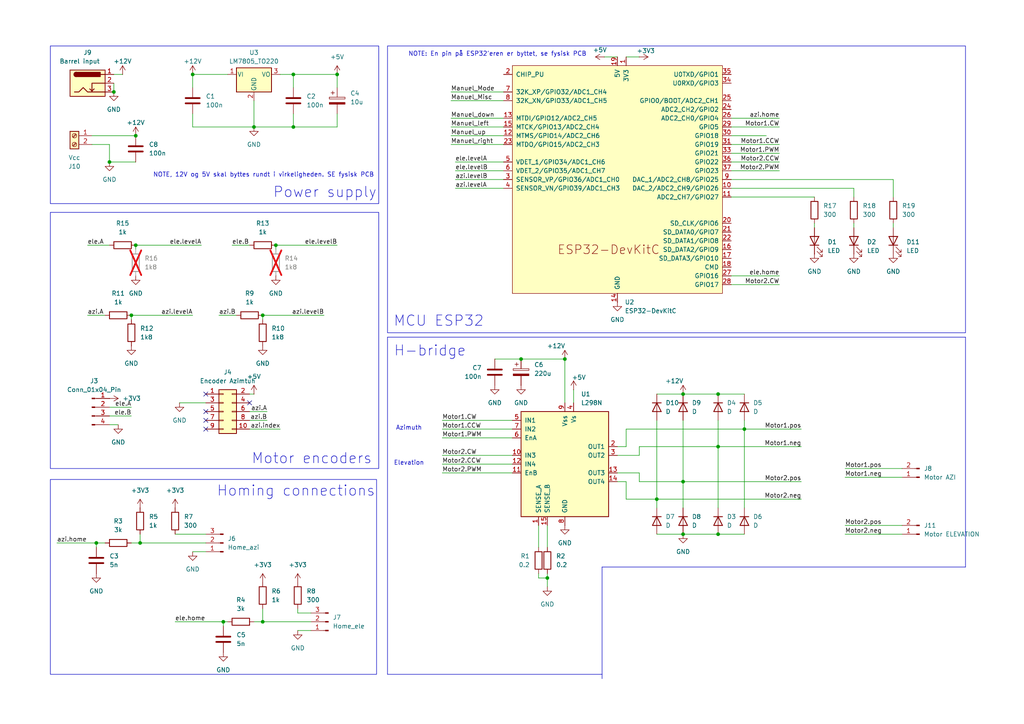
<source format=kicad_sch>
(kicad_sch (version 20250114) (generator "eeschema") (generator_version "9.0")
  (paper "A4")
  (lib_symbols
    (symbol "Connector:Barrel_Jack_Switch_Pin3Ring" (pin_names (hide yes))
      (property "Reference" "J" (at 0 5.334 0))
      (property "Value" "Barrel_Jack_Switch_Pin3Ring" (at 0 -5.08 0))
      (symbol "Barrel_Jack_Switch_Pin3Ring_0_1"
        (rectangle (start -5.08 3.81) (end 5.08 -3.81) (stroke (width 0.254)) (fill (type background)))
        (polyline (pts (xy -3.81 -2.54) (xy -2.54 -2.54) (xy -1.27 -1.27) (xy 0 -2.54) (xy 2.54 -2.54) (xy 5.08 -2.54)) (stroke (width 0.254)))
        (arc (start -3.302 1.905) (mid -3.9342 2.54) (end -3.302 3.175) (stroke (width 0.254)))
        (arc (start -3.302 1.905) (mid -3.9342 2.54) (end -3.302 3.175) (stroke (width 0.254)) (fill (type outline)))
        (polyline (pts (xy 1.27 -2.286) (xy 1.905 -1.651)) (stroke (width 0.254)))
        (rectangle (start 3.683 3.175) (end -3.302 1.905) (stroke (width 0.254)) (fill (type outline)))
        (polyline (pts (xy 5.08 2.54) (xy 3.81 2.54)) (stroke (width 0.254)))
        (polyline (pts (xy 5.08 0) (xy 1.27 0) (xy 1.27 -2.286) (xy 0.635 -1.651)) (stroke (width 0.254)))
      )
      (symbol "Barrel_Jack_Switch_Pin3Ring_1_1"
        (pin passive line (at 7.62 2.54 180) (length 2.54) (name "~") (number "1"))
        (pin passive line (at 7.62 0 180) (length 2.54) (name "~") (number "2"))
        (pin passive line (at 7.62 -2.54 180) (length 2.54) (name "~") (number "3"))
      )
    )
    (symbol "Connector:Conn_01x02_Pin" (pin_names (offset 1.016) (hide yes))
      (property "Reference" "J" (at 0 2.54 0))
      (property "Value" "Conn_01x02_Pin" (at 0 -5.08 0))
      (symbol "Conn_01x02_Pin_1_1"
        (rectangle (start 0.8636 0.127) (end 0 -0.127) (stroke (width 0.1524)) (fill (type outline)))
        (rectangle (start 0.8636 -2.413) (end 0 -2.667) (stroke (width 0.1524)) (fill (type outline)))
        (polyline (pts (xy 1.27 0) (xy 0.8636 0)) (stroke (width 0.1524)))
        (polyline (pts (xy 1.27 -2.54) (xy 0.8636 -2.54)) (stroke (width 0.1524)))
        (pin passive line (at 5.08 0 180) (length 3.81) (name "Pin_1") (number "1"))
        (pin passive line (at 5.08 -2.54 180) (length 3.81) (name "Pin_2") (number "2"))
      )
    )
    (symbol "Connector:Conn_01x03_Pin" (pin_names (offset 1.016) (hide yes))
      (property "Reference" "J" (at 0 5.08 0))
      (property "Value" "Conn_01x03_Pin" (at 0 -5.08 0))
      (symbol "Conn_01x03_Pin_1_1"
        (rectangle (start 0.8636 2.667) (end 0 2.413) (stroke (width 0.1524)) (fill (type outline)))
        (rectangle (start 0.8636 0.127) (end 0 -0.127) (stroke (width 0.1524)) (fill (type outline)))
        (rectangle (start 0.8636 -2.413) (end 0 -2.667) (stroke (width 0.1524)) (fill (type outline)))
        (polyline (pts (xy 1.27 2.54) (xy 0.8636 2.54)) (stroke (width 0.1524)))
        (polyline (pts (xy 1.27 0) (xy 0.8636 0)) (stroke (width 0.1524)))
        (polyline (pts (xy 1.27 -2.54) (xy 0.8636 -2.54)) (stroke (width 0.1524)))
        (pin passive line (at 5.08 2.54 180) (length 3.81) (name "Pin_1") (number "1"))
        (pin passive line (at 5.08 0 180) (length 3.81) (name "Pin_2") (number "2"))
        (pin passive line (at 5.08 -2.54 180) (length 3.81) (name "Pin_3") (number "3"))
      )
    )
    (symbol "Connector:Conn_01x04_Pin" (pin_names (offset 1.016) (hide yes))
      (property "Reference" "J" (at 0 5.08 0))
      (property "Value" "Conn_01x04_Pin" (at 0 -7.62 0))
      (symbol "Conn_01x04_Pin_1_1"
        (rectangle (start 0.8636 2.667) (end 0 2.413) (stroke (width 0.1524)) (fill (type outline)))
        (rectangle (start 0.8636 0.127) (end 0 -0.127) (stroke (width 0.1524)) (fill (type outline)))
        (rectangle (start 0.8636 -2.413) (end 0 -2.667) (stroke (width 0.1524)) (fill (type outline)))
        (rectangle (start 0.8636 -4.953) (end 0 -5.207) (stroke (width 0.1524)) (fill (type outline)))
        (polyline (pts (xy 1.27 2.54) (xy 0.8636 2.54)) (stroke (width 0.1524)))
        (polyline (pts (xy 1.27 0) (xy 0.8636 0)) (stroke (width 0.1524)))
        (polyline (pts (xy 1.27 -2.54) (xy 0.8636 -2.54)) (stroke (width 0.1524)))
        (polyline (pts (xy 1.27 -5.08) (xy 0.8636 -5.08)) (stroke (width 0.1524)))
        (pin passive line (at 5.08 2.54 180) (length 3.81) (name "Pin_1") (number "1"))
        (pin passive line (at 5.08 0 180) (length 3.81) (name "Pin_2") (number "2"))
        (pin passive line (at 5.08 -2.54 180) (length 3.81) (name "Pin_3") (number "3"))
        (pin passive line (at 5.08 -5.08 180) (length 3.81) (name "Pin_4") (number "4"))
      )
    )
    (symbol "Connector:Screw_Terminal_01x02" (pin_names (offset 1.016) (hide yes))
      (property "Reference" "J" (at 0 2.54 0))
      (property "Value" "Screw_Terminal_01x02" (at 0 -5.08 0))
      (symbol "Screw_Terminal_01x02_1_1"
        (rectangle (start -1.27 1.27) (end 1.27 -3.81) (stroke (width 0.254)) (fill (type background)))
        (polyline (pts (xy -0.5334 0.3302) (xy 0.3302 -0.508)) (stroke (width 0.1524)))
        (polyline (pts (xy -0.5334 -2.2098) (xy 0.3302 -3.048)) (stroke (width 0.1524)))
        (polyline (pts (xy -0.3556 0.508) (xy 0.508 -0.3302)) (stroke (width 0.1524)))
        (polyline (pts (xy -0.3556 -2.032) (xy 0.508 -2.8702)) (stroke (width 0.1524)))
        (circle (center 0 0) (radius 0.635) (stroke (width 0.1524)))
        (circle (center 0 -2.54) (radius 0.635) (stroke (width 0.1524)))
        (pin passive line (at -5.08 0 0) (length 3.81) (name "Pin_1") (number "1"))
        (pin passive line (at -5.08 -2.54 0) (length 3.81) (name "Pin_2") (number "2"))
      )
    )
    (symbol "Connector_Generic:Conn_02x05_Odd_Even" (pin_names (offset 1.016) (hide yes))
      (property "Reference" "J" (at 1.27 7.62 0))
      (property "Value" "Conn_02x05_Odd_Even" (at 1.27 -7.62 0))
      (symbol "Conn_02x05_Odd_Even_1_1"
        (rectangle (start -1.27 6.35) (end 3.81 -6.35) (stroke (width 0.254)) (fill (type background)))
        (rectangle (start -1.27 5.207) (end 0 4.953) (stroke (width 0.1524)))
        (rectangle (start -1.27 2.667) (end 0 2.413) (stroke (width 0.1524)))
        (rectangle (start -1.27 0.127) (end 0 -0.127) (stroke (width 0.1524)))
        (rectangle (start -1.27 -2.413) (end 0 -2.667) (stroke (width 0.1524)))
        (rectangle (start -1.27 -4.953) (end 0 -5.207) (stroke (width 0.1524)))
        (rectangle (start 3.81 5.207) (end 2.54 4.953) (stroke (width 0.1524)))
        (rectangle (start 3.81 2.667) (end 2.54 2.413) (stroke (width 0.1524)))
        (rectangle (start 3.81 0.127) (end 2.54 -0.127) (stroke (width 0.1524)))
        (rectangle (start 3.81 -2.413) (end 2.54 -2.667) (stroke (width 0.1524)))
        (rectangle (start 3.81 -4.953) (end 2.54 -5.207) (stroke (width 0.1524)))
        (pin passive line (at -5.08 5.08 0) (length 3.81) (name "Pin_1") (number "1"))
        (pin passive line (at -5.08 2.54 0) (length 3.81) (name "Pin_3") (number "3"))
        (pin passive line (at -5.08 0 0) (length 3.81) (name "Pin_5") (number "5"))
        (pin passive line (at -5.08 -2.54 0) (length 3.81) (name "Pin_7") (number "7"))
        (pin passive line (at -5.08 -5.08 0) (length 3.81) (name "Pin_9") (number "9"))
        (pin passive line (at 7.62 5.08 180) (length 3.81) (name "Pin_2") (number "2"))
        (pin passive line (at 7.62 2.54 180) (length 3.81) (name "Pin_4") (number "4"))
        (pin passive line (at 7.62 0 180) (length 3.81) (name "Pin_6") (number "6"))
        (pin passive line (at 7.62 -2.54 180) (length 3.81) (name "Pin_8") (number "8"))
        (pin passive line (at 7.62 -5.08 180) (length 3.81) (name "Pin_10") (number "10"))
      )
    )
    (symbol "Device:C" (pin_numbers (hide yes)) (pin_names (offset 0.254))
      (property "Reference" "C" (at 0.635 2.54 0))
      (property "Value" "C" (at 0.635 -2.54 0))
      (symbol "C_0_1"
        (polyline (pts (xy -2.032 0.762) (xy 2.032 0.762)) (stroke (width 0.508)))
        (polyline (pts (xy -2.032 -0.762) (xy 2.032 -0.762)) (stroke (width 0.508)))
      )
      (symbol "C_1_1"
        (pin passive line (at 0 3.81 270) (length 2.794) (name "~") (number "1"))
        (pin passive line (at 0 -3.81 90) (length 2.794) (name "~") (number "2"))
      )
    )
    (symbol "Device:C_Polarized" (pin_numbers (hide yes)) (pin_names (offset 0.254))
      (property "Reference" "C" (at 0.635 2.54 0))
      (property "Value" "C_Polarized" (at 0.635 -2.54 0))
      (symbol "C_Polarized_0_1"
        (rectangle (start -2.286 0.508) (end 2.286 1.016))
        (polyline (pts (xy -1.778 2.286) (xy -0.762 2.286)))
        (polyline (pts (xy -1.27 2.794) (xy -1.27 1.778)))
        (rectangle (start 2.286 -0.508) (end -2.286 -1.016) (fill (type outline)))
      )
      (symbol "C_Polarized_1_1"
        (pin passive line (at 0 3.81 270) (length 2.794) (name "~") (number "1"))
        (pin passive line (at 0 -3.81 90) (length 2.794) (name "~") (number "2"))
      )
    )
    (symbol "Device:D" (pin_numbers (hide yes)) (pin_names (offset 1.016) (hide yes))
      (property "Reference" "D" (at 0 2.54 0))
      (property "Value" "D" (at 0 -2.54 0))
      (symbol "D_0_1"
        (polyline (pts (xy -1.27 1.27) (xy -1.27 -1.27)) (stroke (width 0.254)))
        (polyline (pts (xy 1.27 1.27) (xy 1.27 -1.27) (xy -1.27 0) (xy 1.27 1.27)) (stroke (width 0.254)))
        (polyline (pts (xy 1.27 0) (xy -1.27 0)))
      )
      (symbol "D_1_1"
        (pin passive line (at -3.81 0 0) (length 2.54) (name "K") (number "1"))
        (pin passive line (at 3.81 0 180) (length 2.54) (name "A") (number "2"))
      )
    )
    (symbol "Device:LED" (pin_numbers (hide yes)) (pin_names (offset 1.016) (hide yes))
      (property "Reference" "D" (at 0 2.54 0))
      (property "Value" "LED" (at 0 -2.54 0))
      (symbol "LED_0_1"
        (polyline (pts (xy -3.048 -0.762) (xy -4.572 -2.286) (xy -3.81 -2.286) (xy -4.572 -2.286) (xy -4.572 -1.524)))
        (polyline (pts (xy -1.778 -0.762) (xy -3.302 -2.286) (xy -2.54 -2.286) (xy -3.302 -2.286) (xy -3.302 -1.524)))
        (polyline (pts (xy -1.27 0) (xy 1.27 0)))
        (polyline (pts (xy -1.27 -1.27) (xy -1.27 1.27)) (stroke (width 0.254)))
        (polyline (pts (xy 1.27 -1.27) (xy 1.27 1.27) (xy -1.27 0) (xy 1.27 -1.27)) (stroke (width 0.254)))
      )
      (symbol "LED_1_1"
        (pin passive line (at -3.81 0 0) (length 2.54) (name "K") (number "1"))
        (pin passive line (at 3.81 0 180) (length 2.54) (name "A") (number "2"))
      )
    )
    (symbol "Device:R" (pin_numbers (hide yes)) (pin_names (offset 0))
      (property "Reference" "R" (at 2.032 0 90))
      (property "Value" "R" (at 0 0 90))
      (symbol "R_0_1"
        (rectangle (start -1.016 -2.54) (end 1.016 2.54) (stroke (width 0.254)))
      )
      (symbol "R_1_1"
        (pin passive line (at 0 3.81 270) (length 1.27) (name "~") (number "1"))
        (pin passive line (at 0 -3.81 90) (length 1.27) (name "~") (number "2"))
      )
    )
    (symbol "Driver_Motor:L298N" (pin_names (offset 1.016))
      (property "Reference" "U" (at -10.16 16.51 0))
      (property "Value" "L298N" (at 12.7 16.51 0))
      (symbol "L298N_0_1"
        (rectangle (start -12.7 15.24) (end 12.7 -15.24) (stroke (width 0.254)) (fill (type background)))
      )
      (symbol "L298N_1_1"
        (pin input line (at -15.24 12.7 0) (length 2.54) (name "IN1") (number "5"))
        (pin input line (at -15.24 10.16 0) (length 2.54) (name "IN2") (number "7"))
        (pin input line (at -15.24 7.62 0) (length 2.54) (name "EnA") (number "6"))
        (pin input line (at -15.24 2.54 0) (length 2.54) (name "IN3") (number "10"))
        (pin input line (at -15.24 0 0) (length 2.54) (name "IN4") (number "12"))
        (pin input line (at -15.24 -2.54 0) (length 2.54) (name "EnB") (number "11"))
        (pin power_in line (at -7.62 -17.78 90) (length 2.54) (name "SENSE_A") (number "1"))
        (pin power_in line (at -5.08 -17.78 90) (length 2.54) (name "SENSE_B") (number "15"))
        (pin power_in line (at 0 17.78 270) (length 2.54) (name "Vss") (number "9"))
        (pin power_in line (at 0 -17.78 90) (length 2.54) (name "GND") (number "8"))
        (pin power_in line (at 2.54 17.78 270) (length 2.54) (name "Vs") (number "4"))
        (pin output line (at 15.24 5.08 180) (length 2.54) (name "OUT1") (number "2"))
        (pin output line (at 15.24 2.54 180) (length 2.54) (name "OUT2") (number "3"))
        (pin output line (at 15.24 -2.54 180) (length 2.54) (name "OUT3") (number "13"))
        (pin output line (at 15.24 -5.08 180) (length 2.54) (name "OUT4") (number "14"))
      )
    )
    (symbol "PCM_Espressif:ESP32-DevKitC" (pin_names (offset 1.016))
      (property "Reference" "U" (at -30.48 38.1 0))
      (property "Value" "ESP32-DevKitC" (at -30.48 35.56 0))
      (symbol "ESP32-DevKitC_0_0"
        (text "ESP32-DevKitC" (at -2.54 -20.32 0) (effects (font (size 2.54 2.54))))
        (pin power_in line (at 0 35.56 270) (length 2.54) (name "5V") (number "19"))
        (pin power_in line (at 0 -35.56 90) (length 2.54) (name "GND") (number "14"))
      )
      (symbol "ESP32-DevKitC_0_1"
        (rectangle (start -30.48 33.02) (end 30.48 -33.02) (fill (type background)))
      )
      (symbol "ESP32-DevKitC_1_1"
        (pin input line (at -33.02 30.48 0) (length 2.54) (name "CHIP_PU") (number "2"))
        (pin bidirectional line (at -33.02 25.4 0) (length 2.54) (name "32K_XP/GPIO32/ADC1_CH4") (number "7"))
        (pin bidirectional line (at -33.02 22.86 0) (length 2.54) (name "32K_XN/GPIO33/ADC1_CH5") (number "8"))
        (pin bidirectional line (at -33.02 17.78 0) (length 2.54) (name "MTDI/GPIO12/ADC2_CH5") (number "13"))
        (pin bidirectional line (at -33.02 15.24 0) (length 2.54) (name "MTCK/GPIO13/ADC2_CH4") (number "15"))
        (pin bidirectional line (at -33.02 12.7 0) (length 2.54) (name "MTMS/GPIO14/ADC2_CH6") (number "12"))
        (pin bidirectional line (at -33.02 10.16 0) (length 2.54) (name "MTDO/GPIO15/ADC2_CH3") (number "23"))
        (pin input line (at -33.02 5.08 0) (length 2.54) (name "VDET_1/GPIO34/ADC1_CH6") (number "5"))
        (pin input line (at -33.02 2.54 0) (length 2.54) (name "VDET_2/GPIO35/ADC1_CH7") (number "6"))
        (pin input line (at -33.02 0 0) (length 2.54) (name "SENSOR_VP/GPIO36/ADC1_CH0") (number "3"))
        (pin input line (at -33.02 -2.54 0) (length 2.54) (name "SENSOR_VN/GPIO39/ADC1_CH3") (number "4"))
        (pin passive line (at 0 -35.56 90) (length 2.54) (hide yes) (name "GND") (number "32"))
        (pin passive line (at 0 -35.56 90) (length 2.54) (hide yes) (name "GND") (number "38"))
        (pin power_in line (at 2.54 35.56 270) (length 2.54) (name "3V3") (number "1"))
        (pin bidirectional line (at 33.02 30.48 180) (length 2.54) (name "U0TXD/GPIO1") (number "35"))
        (pin bidirectional line (at 33.02 27.94 180) (length 2.54) (name "U0RXD/GPIO3") (number "34"))
        (pin bidirectional line (at 33.02 22.86 180) (length 2.54) (name "GPIO0/BOOT/ADC2_CH1") (number "25"))
        (pin bidirectional line (at 33.02 20.32 180) (length 2.54) (name "ADC2_CH2/GPIO2") (number "24"))
        (pin bidirectional line (at 33.02 17.78 180) (length 2.54) (name "ADC2_CH0/GPIO4") (number "26"))
        (pin bidirectional line (at 33.02 15.24 180) (length 2.54) (name "GPIO5") (number "29"))
        (pin bidirectional line (at 33.02 12.7 180) (length 2.54) (name "GPIO18") (number "30"))
        (pin bidirectional line (at 33.02 10.16 180) (length 2.54) (name "GPIO19") (number "31"))
        (pin bidirectional line (at 33.02 7.62 180) (length 2.54) (name "GPIO21") (number "33"))
        (pin bidirectional line (at 33.02 5.08 180) (length 2.54) (name "GPIO22") (number "36"))
        (pin bidirectional line (at 33.02 2.54 180) (length 2.54) (name "GPIO23") (number "37"))
        (pin bidirectional line (at 33.02 0 180) (length 2.54) (name "DAC_1/ADC2_CH8/GPIO25") (number "9"))
        (pin bidirectional line (at 33.02 -2.54 180) (length 2.54) (name "DAC_2/ADC2_CH9/GPIO26") (number "10"))
        (pin bidirectional line (at 33.02 -5.08 180) (length 2.54) (name "ADC2_CH7/GPIO27") (number "11"))
        (pin bidirectional line (at 33.02 -12.7 180) (length 2.54) (name "SD_CLK/GPIO6") (number "20"))
        (pin bidirectional line (at 33.02 -15.24 180) (length 2.54) (name "SD_DATA0/GPIO7") (number "21"))
        (pin bidirectional line (at 33.02 -17.78 180) (length 2.54) (name "SD_DATA1/GPIO8") (number "22"))
        (pin bidirectional line (at 33.02 -20.32 180) (length 2.54) (name "SD_DATA2/GPIO9") (number "16"))
        (pin bidirectional line (at 33.02 -22.86 180) (length 2.54) (name "SD_DATA3/GPIO10") (number "17"))
        (pin bidirectional line (at 33.02 -25.4 180) (length 2.54) (name "CMD") (number "18"))
        (pin bidirectional line (at 33.02 -27.94 180) (length 2.54) (name "GPIO16") (number "27"))
        (pin bidirectional line (at 33.02 -30.48 180) (length 2.54) (name "GPIO17") (number "28"))
      )
    )
    (symbol "Regulator_Linear:LM7805_TO220" (pin_names (offset 0.254))
      (property "Reference" "U" (at -3.81 3.175 0))
      (property "Value" "LM7805_TO220" (at 0 3.175 0))
      (symbol "LM7805_TO220_0_1"
        (rectangle (start -5.08 1.905) (end 5.08 -5.08) (stroke (width 0.254)) (fill (type background)))
      )
      (symbol "LM7805_TO220_1_1"
        (pin power_in line (at -7.62 0 0) (length 2.54) (name "VI") (number "1"))
        (pin power_in line (at 0 -7.62 90) (length 2.54) (name "GND") (number "2"))
        (pin power_out line (at 7.62 0 180) (length 2.54) (name "VO") (number "3"))
      )
    )
    (symbol "power:+12V" (power) (pin_numbers (hide yes)) (pin_names (offset 0) (hide yes))
      (property "Value" "+12V" (at 0 3.556 0))
      (symbol "+12V_0_1"
        (polyline (pts (xy -0.762 1.27) (xy 0 2.54)))
        (polyline (pts (xy 0 2.54) (xy 0.762 1.27)))
        (polyline (pts (xy 0 0) (xy 0 2.54)))
      )
      (symbol "+12V_1_1"
        (pin power_in line (at 0 0 90) (length 0) (name "~") (number "1"))
      )
    )
    (symbol "power:+3V3" (power) (pin_numbers (hide yes)) (pin_names (offset 0) (hide yes))
      (property "Value" "+3V3" (at 0 3.556 0))
      (symbol "+3V3_0_1"
        (polyline (pts (xy -0.762 1.27) (xy 0 2.54)))
        (polyline (pts (xy 0 2.54) (xy 0.762 1.27)))
        (polyline (pts (xy 0 0) (xy 0 2.54)))
      )
      (symbol "+3V3_1_1"
        (pin power_in line (at 0 0 90) (length 0) (name "~") (number "1"))
      )
    )
    (symbol "power:+5V" (power) (pin_numbers (hide yes)) (pin_names (offset 0) (hide yes))
      (property "Value" "+5V" (at 0 3.556 0))
      (symbol "+5V_0_1"
        (polyline (pts (xy -0.762 1.27) (xy 0 2.54)))
        (polyline (pts (xy 0 2.54) (xy 0.762 1.27)))
        (polyline (pts (xy 0 0) (xy 0 2.54)))
      )
      (symbol "+5V_1_1"
        (pin power_in line (at 0 0 90) (length 0) (name "~") (number "1"))
      )
    )
    (symbol "power:GND" (power) (pin_numbers (hide yes)) (pin_names (offset 0) (hide yes))
      (property "Value" "GND" (at 0 -3.81 0))
      (symbol "GND_0_1"
        (polyline (pts (xy 0 0) (xy 0 -1.27) (xy 1.27 -1.27) (xy 0 -2.54) (xy -1.27 -1.27) (xy 0 -1.27)))
      )
      (symbol "GND_1_1"
        (pin power_in line (at 0 0 270) (length 0) (name "~") (number "1"))
      )
    )
  )
  (rectangle (start 14.605 13.335) (end 109.855 59.055))
  (rectangle (start 14.605 139.065) (end 109.22 195.58))
  (rectangle (start 14.605 61.595) (end 109.855 135.89))
  (rectangle (start 112.395 13.335) (end 280.035 96.52))
  (text "Motor encoders" (at 90.424 133.096 0) (effects (font (size 3 3))))
  (text "Homing connections\n" (at 85.852 142.494 0) (effects (font (size 3 3))))
  (text "Power supply\n" (at 94.234 55.88 0) (effects (font (size 3 3))))
  (text "MCU ESP32\n" (at 127.254 93.218 0) (effects (font (size 3 3))))
  (text "NOTE, 12V og 5V skal byttes rundt i virkeligheden. SE fysisk PCB\n" (at 76.454 50.8 0) (effects (font (size 1.27 1.27))))
  (text "H-bridge" (at 124.714 101.854 0) (effects (font (size 3 3))))
  (text "NOTE: En pin på ESP32'eren er byttet, se fysisk PCB\n" (at 144.272 15.748 0) (effects (font (size 1.27 1.27))))
  (text "Azimuth\n" (at 118.618 124.206 0) (effects (font (size 1.27 1.27))))
  (text "Elevation\n" (at 118.618 134.366 0) (effects (font (size 1.27 1.27))))
  (junction (at 85.09 21.59))
  (junction (at 64.77 180.34))
  (junction (at 85.09 36.83))
  (junction (at 39.37 39.37))
  (junction (at 31.75 46.99))
  (junction (at 38.1 91.44))
  (junction (at 215.9 124.46))
  (junction (at 208.28 154.94))
  (junction (at 27.94 157.48))
  (junction (at 208.28 114.3))
  (junction (at 73.66 36.83))
  (junction (at 76.2 180.34))
  (junction (at 208.28 129.54))
  (junction (at 39.37 71.12))
  (junction (at 76.2 91.44))
  (junction (at 198.12 114.3))
  (junction (at 55.88 21.59))
  (junction (at 80.01 71.12))
  (junction (at 198.12 154.94))
  (junction (at 40.64 157.48))
  (junction (at 198.12 139.7))
  (junction (at 97.79 21.59))
  (junction (at 151.13 104.14))
  (junction (at 163.83 104.14))
  (junction (at 158.75 167.64))
  (junction (at 190.5 144.78))
  (junction (at 33.02 26.67))
  (no_connect (at 59.69 121.92))
  (no_connect (at 72.39 116.84))
  (no_connect (at 59.69 119.38))
  (no_connect (at 59.69 124.46))
  (no_connect (at 59.69 114.3))
  (wire (pts (xy 158.75 152.4) (xy 158.75 158.75)))
  (wire (pts (xy 73.66 36.83) (xy 73.66 29.21)))
  (wire (pts (xy 76.2 91.44) (xy 76.2 92.71)))
  (wire (pts (xy 245.11 138.43) (xy 261.62 138.43)))
  (wire (pts (xy 190.5 114.3) (xy 198.12 114.3)))
  (wire (pts (xy 76.2 91.44) (xy 93.98 91.44)))
  (polyline (pts (xy 174.625 196.85) (xy 174.625 164.465)))
  (wire (pts (xy 158.75 167.64) (xy 156.21 167.64)))
  (wire (pts (xy 34.29 123.19) (xy 31.75 123.19)))
  (wire (pts (xy 179.07 132.08) (xy 185.42 132.08)))
  (wire (pts (xy 132.08 54.61) (xy 146.05 54.61)))
  (wire (pts (xy 245.11 152.4) (xy 261.62 152.4)))
  (wire (pts (xy 130.81 39.37) (xy 146.05 39.37)))
  (wire (pts (xy 166.37 113.03) (xy 166.37 116.84)))
  (wire (pts (xy 247.65 54.61) (xy 247.65 57.15)))
  (wire (pts (xy 130.81 29.21) (xy 146.05 29.21)))
  (wire (pts (xy 130.81 34.29) (xy 146.05 34.29)))
  (wire (pts (xy 72.39 119.38) (xy 77.47 119.38)))
  (polyline (pts (xy 280.035 164.465) (xy 280.035 97.79)))
  (wire (pts (xy 55.88 160.02) (xy 59.69 160.02)))
  (wire (pts (xy 72.39 121.92) (xy 77.47 121.92)))
  (wire (pts (xy 247.65 64.77) (xy 247.65 66.04)))
  (wire (pts (xy 212.09 44.45) (xy 226.06 44.45)))
  (wire (pts (xy 86.36 182.88) (xy 90.17 182.88)))
  (wire (pts (xy 64.77 180.34) (xy 64.77 181.61)))
  (wire (pts (xy 190.5 121.92) (xy 190.5 144.78)))
  (wire (pts (xy 85.09 21.59) (xy 97.79 21.59)))
  (wire (pts (xy 185.42 139.7) (xy 185.42 137.16)))
  (wire (pts (xy 31.75 46.99) (xy 31.75 41.91)))
  (wire (pts (xy 190.5 147.32) (xy 190.5 144.78)))
  (wire (pts (xy 52.07 116.84) (xy 59.69 116.84)))
  (wire (pts (xy 215.9 124.46) (xy 232.41 124.46)))
  (wire (pts (xy 132.08 46.99) (xy 146.05 46.99)))
  (wire (pts (xy 73.66 180.34) (xy 76.2 180.34)))
  (wire (pts (xy 38.1 91.44) (xy 55.88 91.44)))
  (wire (pts (xy 208.28 154.94) (xy 215.9 154.94)))
  (wire (pts (xy 85.09 33.02) (xy 85.09 36.83)))
  (wire (pts (xy 215.9 121.92) (xy 215.9 124.46)))
  (wire (pts (xy 31.75 41.91) (xy 26.67 41.91)))
  (wire (pts (xy 33.02 24.13) (xy 33.02 26.67)))
  (polyline (pts (xy 112.395 97.79) (xy 280.035 97.79)))
  (wire (pts (xy 198.12 114.3) (xy 208.28 114.3)))
  (wire (pts (xy 181.61 144.78) (xy 190.5 144.78)))
  (wire (pts (xy 59.69 157.48) (xy 40.64 157.48)))
  (wire (pts (xy 80.01 71.12) (xy 97.79 71.12)))
  (wire (pts (xy 236.22 64.77) (xy 236.22 66.04)))
  (wire (pts (xy 185.42 139.7) (xy 198.12 139.7)))
  (wire (pts (xy 39.37 71.12) (xy 39.37 72.39)))
  (wire (pts (xy 81.28 21.59) (xy 85.09 21.59)))
  (wire (pts (xy 185.42 16.51) (xy 181.61 16.51)))
  (wire (pts (xy 50.8 154.94) (xy 59.69 154.94)))
  (polyline (pts (xy 174.625 164.465) (xy 280.035 164.465)))
  (wire (pts (xy 181.61 139.7) (xy 181.61 144.78)))
  (wire (pts (xy 50.8 180.34) (xy 64.77 180.34)))
  (wire (pts (xy 55.88 36.83) (xy 73.66 36.83)))
  (wire (pts (xy 158.75 166.37) (xy 158.75 167.64)))
  (wire (pts (xy 198.12 139.7) (xy 198.12 147.32)))
  (wire (pts (xy 130.81 36.83) (xy 146.05 36.83)))
  (wire (pts (xy 175.26 16.51) (xy 179.07 16.51)))
  (wire (pts (xy 185.42 137.16) (xy 179.07 137.16)))
  (wire (pts (xy 128.27 121.92) (xy 148.59 121.92)))
  (wire (pts (xy 226.06 46.99) (xy 212.09 46.99)))
  (wire (pts (xy 212.09 82.55) (xy 226.06 82.55)))
  (wire (pts (xy 259.08 52.07) (xy 259.08 57.15)))
  (polyline (pts (xy 112.395 195.58) (xy 174.625 195.58)))
  (wire (pts (xy 128.27 124.46) (xy 148.59 124.46)))
  (wire (pts (xy 55.88 21.59) (xy 55.88 25.4)))
  (wire (pts (xy 163.83 104.14) (xy 163.83 116.84)))
  (wire (pts (xy 76.2 180.34) (xy 76.2 176.53)))
  (wire (pts (xy 130.81 26.67) (xy 146.05 26.67)))
  (wire (pts (xy 26.67 39.37) (xy 39.37 39.37)))
  (wire (pts (xy 16.51 157.48) (xy 27.94 157.48)))
  (wire (pts (xy 208.28 129.54) (xy 232.41 129.54)))
  (wire (pts (xy 212.09 52.07) (xy 259.08 52.07)))
  (wire (pts (xy 27.94 157.48) (xy 27.94 158.75)))
  (wire (pts (xy 73.66 114.3) (xy 72.39 114.3)))
  (wire (pts (xy 212.09 39.37) (xy 222.25 39.37)))
  (wire (pts (xy 212.09 80.01) (xy 226.06 80.01)))
  (wire (pts (xy 198.12 139.7) (xy 232.41 139.7)))
  (wire (pts (xy 181.61 129.54) (xy 181.61 124.46)))
  (wire (pts (xy 226.06 49.53) (xy 212.09 49.53)))
  (wire (pts (xy 179.07 139.7) (xy 181.61 139.7)))
  (wire (pts (xy 72.39 124.46) (xy 81.28 124.46)))
  (wire (pts (xy 55.88 21.59) (xy 66.04 21.59)))
  (wire (pts (xy 130.81 41.91) (xy 146.05 41.91)))
  (wire (pts (xy 143.51 104.14) (xy 151.13 104.14)))
  (wire (pts (xy 151.13 104.14) (xy 163.83 104.14)))
  (wire (pts (xy 212.09 57.15) (xy 236.22 57.15)))
  (wire (pts (xy 67.31 71.12) (xy 72.39 71.12)))
  (wire (pts (xy 64.77 180.34) (xy 66.04 180.34)))
  (wire (pts (xy 158.75 167.64) (xy 158.75 170.18)))
  (wire (pts (xy 55.88 33.02) (xy 55.88 36.83)))
  (wire (pts (xy 40.64 154.94) (xy 40.64 157.48)))
  (wire (pts (xy 215.9 124.46) (xy 215.9 147.32)))
  (wire (pts (xy 245.11 154.94) (xy 261.62 154.94)))
  (wire (pts (xy 208.28 147.32) (xy 208.28 129.54)))
  (wire (pts (xy 198.12 121.92) (xy 198.12 139.7)))
  (wire (pts (xy 212.09 34.29) (xy 226.06 34.29)))
  (wire (pts (xy 185.42 129.54) (xy 208.28 129.54)))
  (wire (pts (xy 245.11 135.89) (xy 261.62 135.89)))
  (wire (pts (xy 25.4 91.44) (xy 30.48 91.44)))
  (wire (pts (xy 97.79 33.02) (xy 97.79 36.83)))
  (polyline (pts (xy 112.395 97.79) (xy 112.395 195.58)))
  (wire (pts (xy 208.28 121.92) (xy 208.28 129.54)))
  (wire (pts (xy 212.09 36.83) (xy 226.06 36.83)))
  (wire (pts (xy 181.61 124.46) (xy 215.9 124.46)))
  (wire (pts (xy 128.27 127) (xy 148.59 127)))
  (wire (pts (xy 35.56 21.59) (xy 33.02 21.59)))
  (wire (pts (xy 85.09 21.59) (xy 85.09 25.4)))
  (wire (pts (xy 190.5 144.78) (xy 232.41 144.78)))
  (wire (pts (xy 39.37 71.12) (xy 58.42 71.12)))
  (wire (pts (xy 38.1 91.44) (xy 38.1 92.71)))
  (wire (pts (xy 38.1 157.48) (xy 40.64 157.48)))
  (wire (pts (xy 80.01 71.12) (xy 80.01 72.39)))
  (wire (pts (xy 198.12 154.94) (xy 208.28 154.94)))
  (wire (pts (xy 27.94 157.48) (xy 30.48 157.48)))
  (wire (pts (xy 97.79 21.59) (xy 97.79 25.4)))
  (wire (pts (xy 259.08 64.77) (xy 259.08 66.04)))
  (wire (pts (xy 38.1 120.65) (xy 31.75 120.65)))
  (wire (pts (xy 156.21 167.64) (xy 156.21 166.37)))
  (wire (pts (xy 128.27 137.16) (xy 148.59 137.16)))
  (wire (pts (xy 190.5 154.94) (xy 198.12 154.94)))
  (wire (pts (xy 208.28 114.3) (xy 215.9 114.3)))
  (wire (pts (xy 212.09 41.91) (xy 226.06 41.91)))
  (wire (pts (xy 63.5 91.44) (xy 68.58 91.44)))
  (wire (pts (xy 86.36 177.8) (xy 86.36 176.53)))
  (wire (pts (xy 132.08 52.07) (xy 146.05 52.07)))
  (wire (pts (xy 31.75 46.99) (xy 39.37 46.99)))
  (wire (pts (xy 156.21 158.75) (xy 156.21 152.4)))
  (wire (pts (xy 85.09 36.83) (xy 97.79 36.83)))
  (wire (pts (xy 179.07 129.54) (xy 181.61 129.54)))
  (wire (pts (xy 76.2 180.34) (xy 90.17 180.34)))
  (wire (pts (xy 25.4 71.12) (xy 31.75 71.12)))
  (wire (pts (xy 128.27 134.62) (xy 148.59 134.62)))
  (wire (pts (xy 132.08 49.53) (xy 146.05 49.53)))
  (wire (pts (xy 212.09 54.61) (xy 247.65 54.61)))
  (wire (pts (xy 73.66 36.83) (xy 85.09 36.83)))
  (wire (pts (xy 185.42 129.54) (xy 185.42 132.08)))
  (wire (pts (xy 38.1 118.11) (xy 31.75 118.11)))
  (wire (pts (xy 128.27 132.08) (xy 148.59 132.08)))
  (wire (pts (xy 90.17 177.8) (xy 86.36 177.8)))
  (label "ele.levelB" (at 132.08 49.53 0))
  (label "Motor1.neg" (at 232.41 129.54 180))
  (label "ele.levelA" (at 58.42 71.12 180))
  (label "Motor2.pos" (at 245.11 152.4 0))
  (label "Motor2.CCW" (at 226.06 46.99 180))
  (label "Motor2.CW" (at 128.27 132.08 0))
  (label "ele.B" (at 38.1 120.65 180))
  (label "Manuel_Mode" (at 130.81 26.67 0))
  (label "Motor1.neg" (at 245.11 138.43 0))
  (label "Manuel_left" (at 130.81 36.83 0))
  (label "Motor2.pos" (at 232.41 139.7 180))
  (label "Motor1.pos" (at 232.41 124.46 180))
  (label "Manuel_Misc" (at 130.81 29.21 0))
  (label "azi.B" (at 63.5 91.44 0))
  (label "ele.A" (at 25.4 71.12 0))
  (label "azi.levelB" (at 93.98 91.44 180))
  (label "ele.levelB" (at 97.79 71.12 180))
  (label "Manuel_right" (at 130.81 41.91 0))
  (label "azi.A" (at 77.47 119.38 180))
  (label "Motor1.pos" (at 245.11 135.89 0))
  (label "Motor1.CCW" (at 128.27 124.46 0))
  (label "Motor1.CCW" (at 226.06 41.91 180))
  (label "azi.index" (at 81.28 124.46 180))
  (label "ele.A" (at 38.1 118.11 180))
  (label "Motor2.PWM" (at 128.27 137.16 0))
  (label "ele.levelA" (at 132.08 46.99 0))
  (label "Manuel_down" (at 130.81 34.29 0))
  (label "Motor1.CW" (at 128.27 121.92 0))
  (label "azi.A" (at 25.4 91.44 0))
  (label "azi.home" (at 226.06 34.29 180))
  (label "Motor1.CW" (at 226.06 36.83 180))
  (label "Manuel_up" (at 130.81 39.37 0))
  (label "Motor1.PWM" (at 226.06 44.45 180))
  (label "ele.home" (at 50.8 180.34 0))
  (label "ele.B" (at 67.31 71.12 0))
  (label "Motor2.PWM" (at 226.06 49.53 180))
  (label "azi.levelA" (at 132.08 54.61 0))
  (label "azi.levelB" (at 132.08 52.07 0))
  (label "azi.levelA" (at 55.88 91.44 180))
  (label "Motor2.CCW" (at 128.27 134.62 0))
  (label "azi.B" (at 77.47 121.92 180))
  (label "ele.home" (at 226.06 80.01 180))
  (label "Motor1.PWM" (at 128.27 127 0))
  (label "Motor2.neg" (at 245.11 154.94 0))
  (label "Motor2.CW" (at 226.06 82.55 180))
  (label "azi.home" (at 16.51 157.48 0))
  (label "Motor2.neg" (at 232.41 144.78 180))
  (symbol (lib_id "Device:D") (at 215.9 151.13 270) (unit 1)
    (property "Reference" "D6" (at 218.44 149.8599 90) (effects (justify left)))
    (property "Value" "D" (at 218.44 152.3999 90) (effects (justify left)))
    (property "Footprint" "Diode_THT:D_A-405_P7.62mm_Horizontal" (effects (hide yes)))
    (property "Description" "Diode" (effects (hide yes)))
  )
  (symbol (lib_id "power:GND") (at 158.75 170.18 0) (unit 1)
    (property "Reference" "#PWR02" (effects (hide yes)))
    (property "Value" "GND" (at 158.75 175.26 0))
    (property "Description" "Power symbol creates a global label with name \"GND\" , ground" (effects (hide yes)))
  )
  (symbol (lib_id "power:+12V") (at 198.12 114.3 0) (unit 1)
    (property "Reference" "#PWR021" (effects (hide yes)))
    (property "Value" "+12V" (at 195.58 110.49 0))
    (property "Description" "Power symbol creates a global label with name \"+12V\"" (effects (hide yes)))
  )
  (symbol (lib_id "power:+12V") (at 163.83 104.14 0) (unit 1)
    (property "Reference" "#PWR03" (effects (hide yes)))
    (property "Value" "+12V" (at 161.29 100.33 0))
    (property "Description" "Power symbol creates a global label with name \"+12V\"" (effects (hide yes)))
  )
  (symbol (lib_id "power:+3V3") (at 185.42 16.51 270) (unit 1)
    (property "Reference" "#PWR028" (effects (hide yes)))
    (property "Value" "+3V3" (at 184.658 14.732 90) (effects (justify left)))
    (property "Description" "Power symbol creates a global label with name \"+3V3\"" (effects (hide yes)))
  )
  (symbol (lib_id "power:GND") (at 52.07 116.84 0) (unit 1)
    (property "Reference" "#PWR033" (effects (hide yes)))
    (property "Value" "GND" (at 52.07 121.92 0))
    (property "Description" "Power symbol creates a global label with name \"GND\" , ground" (effects (hide yes)))
  )
  (symbol (lib_id "power:GND") (at 143.51 111.76 0) (mirror y) (unit 1)
    (property "Reference" "#PWR014" (effects (hide yes)))
    (property "Value" "GND" (at 143.51 116.84 0))
    (property "Description" "Power symbol creates a global label with name \"GND\" , ground" (effects (hide yes)))
  )
  (symbol (lib_id "Device:R") (at 39.37 76.2 180) (unit 1) (dnp yes)
    (property "Reference" "R16" (at 41.91 74.9299 0) (effects (justify right)))
    (property "Value" "1k8" (at 41.91 77.4699 0) (effects (justify right)))
    (property "Footprint" "Resistor_SMD:R_0603_1608Metric" (effects (hide yes)))
    (property "Description" "Resistor" (effects (hide yes)))
  )
  (symbol (lib_id "Device:C") (at 55.88 29.21 0) (unit 1)
    (property "Reference" "C1" (at 59.69 27.9399 0) (effects (justify left)))
    (property "Value" "100n" (at 59.69 30.4799 0) (effects (justify left)))
    (property "Footprint" "Capacitor_THT:C_Rect_L7.0mm_W3.5mm_P5.00mm" (effects (hide yes)))
    (property "Description" "Unpolarized capacitor" (effects (hide yes)))
  )
  (symbol (lib_id "power:GND") (at 34.29 123.19 0) (mirror y) (unit 1)
    (property "Reference" "#PWR032" (effects (hide yes)))
    (property "Value" "GND" (at 34.29 128.27 0))
    (property "Description" "Power symbol creates a global label with name \"GND\" , ground" (effects (hide yes)))
  )
  (symbol (lib_id "Device:R") (at 34.29 91.44 90) (unit 1)
    (property "Reference" "R11" (at 34.29 85.09 90))
    (property "Value" "1k" (at 34.29 87.63 90))
    (property "Footprint" "Resistor_SMD:R_0603_1608Metric" (effects (hide yes)))
    (property "Description" "Resistor" (effects (hide yes)))
  )
  (symbol (lib_id "power:GND") (at 76.2 100.33 0) (mirror y) (unit 1)
    (property "Reference" "#PWR023" (effects (hide yes)))
    (property "Value" "GND" (at 76.2 105.41 0))
    (property "Description" "Power symbol creates a global label with name \"GND\" , ground" (effects (hide yes)))
  )
  (symbol (lib_id "power:+5V") (at 175.26 16.51 90) (unit 1)
    (property "Reference" "#PWR022" (effects (hide yes)))
    (property "Value" "+5V" (at 173.99 14.478 90))
    (property "Description" "Power symbol creates a global label with name \"+5V\"" (effects (hide yes)))
  )
  (symbol (lib_id "Connector:Conn_01x04_Pin") (at 26.67 118.11 0) (unit 1)
    (property "Reference" "J3" (at 27.305 110.49 0))
    (property "Value" "Conn_01x04_Pin" (at 27.305 113.03 0))
    (property "Footprint" "Connector_JST:JST_XH_B4B-XH-AM_1x04_P2.50mm_Vertical" (effects (hide yes)))
    (property "Description" "Generic connector, single row, 01x04, script generated" (effects (hide yes)))
  )
  (symbol (lib_id "power:GND") (at 247.65 73.66 0) (unit 1)
    (property "Reference" "#PWR036" (effects (hide yes)))
    (property "Value" "GND" (at 247.65 78.74 0))
    (property "Description" "Power symbol creates a global label with name \"GND\" , ground" (effects (hide yes)))
  )
  (symbol (lib_id "Device:R") (at 158.75 162.56 0) (unit 1)
    (property "Reference" "R2" (at 161.29 161.2899 0) (effects (justify left)))
    (property "Value" "0.2" (at 161.29 163.8299 0) (effects (justify left)))
    (property "Footprint" "Resistor_THT:R_Axial_DIN0614_L14.3mm_D5.7mm_P20.32mm_Horizontal" (effects (hide yes)))
    (property "Description" "Resistor" (effects (hide yes)))
  )
  (symbol (lib_id "Device:C_Polarized") (at 97.79 29.21 0) (unit 1)
    (property "Reference" "C4" (at 101.6 27.0509 0) (effects (justify left)))
    (property "Value" "10u" (at 101.6 29.5909 0) (effects (justify left)))
    (property "Footprint" "Capacitor_THT:CP_Radial_D5.0mm_P2.50mm" (effects (hide yes)))
    (property "Description" "Polarized capacitor" (effects (hide yes)))
  )
  (symbol (lib_id "Device:C") (at 64.77 185.42 0) (unit 1)
    (property "Reference" "C5" (at 68.58 184.1499 0) (effects (justify left)))
    (property "Value" "5n" (at 68.58 186.6899 0) (effects (justify left)))
    (property "Footprint" "Capacitor_THT:C_Rect_L7.0mm_W2.5mm_P5.00mm" (effects (hide yes)))
    (property "Description" "Unpolarized capacitor" (effects (hide yes)))
  )
  (symbol (lib_id "power:+3V3") (at 40.64 147.32 0) (unit 1)
    (property "Reference" "#PWR029" (effects (hide yes)))
    (property "Value" "+3V3" (at 40.64 142.24 0))
    (property "Description" "Power symbol creates a global label with name \"+3V3\"" (effects (hide yes)))
  )
  (symbol (lib_id "Connector_Generic:Conn_02x05_Odd_Even") (at 64.77 119.38 0) (unit 1)
    (property "Reference" "J4" (at 66.04 107.95 0))
    (property "Value" "Encoder Azimtuh" (at 66.04 110.49 0))
    (property "Footprint" "Connector_IDC:IDC-Header_2x05_P2.54mm_Vertical" (effects (hide yes)))
    (property "Description" "Generic connector, double row, 02x05, odd/even pin numbering scheme (row 1 odd numbers, row 2 even numbers), script generated (kicad-library-utils/schlib/autogen/connector/)" (effects (hide yes)))
  )
  (symbol (lib_id "Device:C_Polarized") (at 151.13 107.95 0) (unit 1)
    (property "Reference" "C6" (at 154.94 105.7909 0) (effects (justify left)))
    (property "Value" "220u" (at 154.94 108.3309 0) (effects (justify left)))
    (property "Footprint" "Capacitor_THT:CP_Radial_D8.0mm_P5.00mm" (effects (hide yes)))
    (property "Description" "Polarized capacitor" (effects (hide yes)))
  )
  (symbol (lib_id "Device:LED") (at 259.08 69.85 90) (unit 1)
    (property "Reference" "D11" (at 262.89 70.1674 90) (effects (justify right)))
    (property "Value" "LED" (at 262.89 72.7074 90) (effects (justify right)))
    (property "Footprint" "LED_THT:LED_D5.0mm_Horizontal_O1.27mm_Z3.0mm" (effects (hide yes)))
    (property "Description" "Light emitting diode" (effects (hide yes)))
    (property "Sim.Pins" "1=K 2=A" (effects (hide yes)))
  )
  (symbol (lib_id "power:GND") (at 55.88 160.02 0) (unit 1)
    (property "Reference" "#PWR09" (effects (hide yes)))
    (property "Value" "GND" (at 55.88 165.1 0))
    (property "Description" "Power symbol creates a global label with name \"GND\" , ground" (effects (hide yes)))
  )
  (symbol (lib_id "power:GND") (at 198.12 154.94 0) (unit 1)
    (property "Reference" "#PWR020" (effects (hide yes)))
    (property "Value" "GND" (at 198.12 160.02 0))
    (property "Description" "Power symbol creates a global label with name \"GND\" , ground" (effects (hide yes)))
  )
  (symbol (lib_id "Device:D") (at 198.12 151.13 270) (unit 1)
    (property "Reference" "D8" (at 200.66 149.8599 90) (effects (justify left)))
    (property "Value" "D" (at 200.66 152.3999 90) (effects (justify left)))
    (property "Footprint" "Diode_THT:D_A-405_P7.62mm_Horizontal" (effects (hide yes)))
    (property "Description" "Diode" (effects (hide yes)))
  )
  (symbol (lib_id "Device:D") (at 190.5 151.13 270) (unit 1)
    (property "Reference" "D7" (at 193.04 149.8599 90) (effects (justify left)))
    (property "Value" "D" (at 193.04 152.3999 90) (effects (justify left)))
    (property "Footprint" "Diode_THT:D_A-405_P7.62mm_Horizontal" (effects (hide yes)))
    (property "Description" "Diode" (effects (hide yes)))
  )
  (symbol (lib_id "Device:R") (at 50.8 151.13 0) (unit 1)
    (property "Reference" "R7" (at 53.34 149.8599 0) (effects (justify left)))
    (property "Value" "300" (at 53.34 152.3999 0) (effects (justify left)))
    (property "Footprint" "Resistor_THT:R_Axial_DIN0207_L6.3mm_D2.5mm_P7.62mm_Horizontal" (effects (hide yes)))
    (property "Description" "Resistor" (effects (hide yes)))
  )
  (symbol (lib_id "power:+3V3") (at 31.75 115.57 270) (unit 1)
    (property "Reference" "#PWR031" (effects (hide yes)))
    (property "Value" "+3V3" (at 35.56 115.5699 90) (effects (justify left)))
    (property "Description" "Power symbol creates a global label with name \"+3V3\"" (effects (hide yes)))
  )
  (symbol (lib_id "Device:LED") (at 247.65 69.85 90) (unit 1)
    (property "Reference" "D2" (at 251.46 70.1674 90) (effects (justify right)))
    (property "Value" "LED" (at 251.46 72.7074 90) (effects (justify right)))
    (property "Footprint" "LED_THT:LED_D5.0mm_Horizontal_O1.27mm_Z3.0mm" (effects (hide yes)))
    (property "Description" "Light emitting diode" (effects (hide yes)))
    (property "Sim.Pins" "1=K 2=A" (effects (hide yes)))
  )
  (symbol (lib_id "Regulator_Linear:LM7805_TO220") (at 73.66 21.59 0) (unit 1)
    (property "Reference" "U3" (at 73.66 15.24 0))
    (property "Value" "LM7805_TO220" (at 73.66 17.78 0))
    (property "Footprint" "Package_TO_SOT_THT:TO-220-3_Vertical" (effects (hide yes)))
    (property "Datasheet" "https://www.onsemi.cn/PowerSolutions/document/MC7800-D.PDF" (effects (hide yes)))
    (property "Description" "Positive 1A 35V Linear Regulator, Fixed Output 5V, TO-220" (effects (hide yes)))
  )
  (symbol (lib_id "Device:R") (at 38.1 96.52 180) (unit 1)
    (property "Reference" "R12" (at 40.64 95.2499 0) (effects (justify right)))
    (property "Value" "1k8" (at 40.64 97.7899 0) (effects (justify right)))
    (property "Footprint" "Resistor_SMD:R_0603_1608Metric" (effects (hide yes)))
    (property "Description" "Resistor" (effects (hide yes)))
  )
  (symbol (lib_id "Device:C") (at 143.51 107.95 0) (mirror y) (unit 1)
    (property "Reference" "C7" (at 139.7 106.6799 0) (effects (justify left)))
    (property "Value" "100n" (at 139.7 109.2199 0) (effects (justify left)))
    (property "Footprint" "Capacitor_SMD:C_0805_2012Metric_Pad1.18x1.45mm_HandSolder" (effects (hide yes)))
    (property "Description" "Unpolarized capacitor" (effects (hide yes)))
  )
  (symbol (lib_id "Connector:Conn_01x03_Pin") (at 64.77 157.48 180) (unit 1)
    (property "Reference" "J6" (at 66.04 156.2099 0) (effects (justify right)))
    (property "Value" "Home_azi" (at 66.04 158.7499 0) (effects (justify right)))
    (property "Footprint" "Connector_JST:JST_EH_B3B-EH-A_1x03_P2.50mm_Vertical" (effects (hide yes)))
    (property "Description" "Generic connector, single row, 01x03, script generated" (effects (hide yes)))
  )
  (symbol (lib_id "Connector:Barrel_Jack_Switch_Pin3Ring") (at 25.4 24.13 0) (unit 1)
    (property "Reference" "J9" (at 25.4 15.24 0))
    (property "Value" "Barrel input" (at 23.114 17.78 0))
    (property "Footprint" "Connector_BarrelJack:BarrelJack_Horizontal" (effects (hide yes)))
    (property "Description" "DC Barrel Jack with an internal switch" (effects (hide yes)))
  )
  (symbol (lib_id "Device:R") (at 259.08 60.96 0) (unit 1)
    (property "Reference" "R19" (at 261.62 59.6899 0) (effects (justify left)))
    (property "Value" "300" (at 261.62 62.2299 0) (effects (justify left)))
    (property "Footprint" "Resistor_SMD:R_0805_2012Metric_Pad1.20x1.40mm_HandSolder" (effects (hide yes)))
    (property "Description" "Resistor" (effects (hide yes)))
  )
  (symbol (lib_id "power:+3V3") (at 50.8 147.32 0) (unit 1)
    (property "Reference" "#PWR030" (effects (hide yes)))
    (property "Value" "+3V3" (at 50.8 142.24 0))
    (property "Description" "Power symbol creates a global label with name \"+3V3\"" (effects (hide yes)))
  )
  (symbol (lib_id "Device:C") (at 85.09 29.21 0) (unit 1)
    (property "Reference" "C2" (at 88.9 27.9399 0) (effects (justify left)))
    (property "Value" "100n" (at 88.9 30.4799 0) (effects (justify left)))
    (property "Footprint" "Capacitor_THT:C_Rect_L7.0mm_W3.5mm_P5.00mm" (effects (hide yes)))
    (property "Description" "Unpolarized capacitor" (effects (hide yes)))
  )
  (symbol (lib_id "power:GND") (at 64.77 189.23 0) (unit 1)
    (property "Reference" "#PWR06" (effects (hide yes)))
    (property "Value" "GND" (at 64.77 194.31 0))
    (property "Description" "Power symbol creates a global label with name \"GND\" , ground" (effects (hide yes)))
  )
  (symbol (lib_id "power:+3V3") (at 76.2 168.91 0) (unit 1)
    (property "Reference" "#PWR018" (effects (hide yes)))
    (property "Value" "+3V3" (at 76.2 163.83 0))
    (property "Description" "Power symbol creates a global label with name \"+3V3\"" (effects (hide yes)))
  )
  (symbol (lib_id "power:GND") (at 236.22 73.66 0) (unit 1)
    (property "Reference" "#PWR035" (effects (hide yes)))
    (property "Value" "GND" (at 236.22 78.74 0))
    (property "Description" "Power symbol creates a global label with name \"GND\" , ground" (effects (hide yes)))
  )
  (symbol (lib_id "Device:R") (at 76.2 172.72 0) (unit 1)
    (property "Reference" "R6" (at 78.74 171.4499 0) (effects (justify left)))
    (property "Value" "1k" (at 78.74 173.9899 0) (effects (justify left)))
    (property "Footprint" "Resistor_THT:R_Axial_DIN0207_L6.3mm_D2.5mm_P7.62mm_Horizontal" (effects (hide yes)))
    (property "Description" "Resistor" (effects (hide yes)))
  )
  (symbol (lib_id "Device:D") (at 208.28 118.11 270) (unit 1)
    (property "Reference" "D4" (at 210.82 116.8399 90) (effects (justify left)))
    (property "Value" "D" (at 210.82 119.3799 90) (effects (justify left)))
    (property "Footprint" "Diode_THT:D_A-405_P7.62mm_Horizontal" (effects (hide yes)))
    (property "Description" "Diode" (effects (hide yes)))
  )
  (symbol (lib_id "Connector:Screw_Terminal_01x02") (at 21.59 39.37 0) (mirror y) (unit 1)
    (property "Reference" "J10" (at 21.59 48.26 0))
    (property "Value" "Vcc" (at 21.59 45.72 0))
    (property "Footprint" "TerminalBlock_Phoenix:TerminalBlock_Phoenix_MKDS-1,5-2-5.08_1x02_P5.08mm_Horizontal" (effects (hide yes)))
    (property "Description" "Generic screw terminal, single row, 01x02, script generated (kicad-library-utils/schlib/autogen/connector/)" (effects (hide yes)))
  )
  (symbol (lib_id "Device:D") (at 215.9 118.11 270) (unit 1)
    (property "Reference" "D5" (at 218.44 116.8399 90) (effects (justify left)))
    (property "Value" "D" (at 218.44 119.3799 90) (effects (justify left)))
    (property "Footprint" "Diode_THT:D_A-405_P7.62mm_Horizontal" (effects (hide yes)))
    (property "Description" "Diode" (effects (hide yes)))
  )
  (symbol (lib_id "Connector:Conn_01x03_Pin") (at 95.25 180.34 180) (unit 1)
    (property "Reference" "J7" (at 96.52 179.0699 0) (effects (justify right)))
    (property "Value" "Home_ele" (at 96.52 181.6099 0) (effects (justify right)))
    (property "Footprint" "Connector_JST:JST_EH_B3B-EH-A_1x03_P2.50mm_Vertical" (effects (hide yes)))
    (property "Description" "Generic connector, single row, 01x03, script generated" (effects (hide yes)))
  )
  (symbol (lib_id "power:GND") (at 38.1 100.33 0) (mirror y) (unit 1)
    (property "Reference" "#PWR024" (effects (hide yes)))
    (property "Value" "GND" (at 38.1 105.41 0))
    (property "Description" "Power symbol creates a global label with name \"GND\" , ground" (effects (hide yes)))
  )
  (symbol (lib_id "Device:R") (at 76.2 96.52 180) (unit 1)
    (property "Reference" "R10" (at 78.74 95.2499 0) (effects (justify right)))
    (property "Value" "1k8" (at 78.74 97.7899 0) (effects (justify right)))
    (property "Footprint" "Resistor_SMD:R_0603_1608Metric" (effects (hide yes)))
    (property "Description" "Resistor" (effects (hide yes)))
  )
  (symbol (lib_id "power:GND") (at 31.75 46.99 0) (unit 1)
    (property "Reference" "#PWR016" (effects (hide yes)))
    (property "Value" "GND" (at 31.75 52.07 0))
    (property "Description" "Power symbol creates a global label with name \"GND\" , ground" (effects (hide yes)))
  )
  (symbol (lib_id "power:GND") (at 33.02 26.67 0) (unit 1)
    (property "Reference" "#PWR010" (effects (hide yes)))
    (property "Value" "GND" (at 33.02 31.75 0))
    (property "Description" "Power symbol creates a global label with name \"GND\" , ground" (effects (hide yes)))
  )
  (symbol (lib_id "Device:R") (at 247.65 60.96 0) (unit 1)
    (property "Reference" "R18" (at 250.19 59.6899 0) (effects (justify left)))
    (property "Value" "300" (at 250.19 62.2299 0) (effects (justify left)))
    (property "Footprint" "Resistor_SMD:R_0805_2012Metric_Pad1.20x1.40mm_HandSolder" (effects (hide yes)))
    (property "Description" "Resistor" (effects (hide yes)))
  )
  (symbol (lib_id "Device:D") (at 190.5 118.11 270) (unit 1)
    (property "Reference" "D10" (at 193.04 116.8399 90) (effects (justify left)))
    (property "Value" "D" (at 193.04 119.3799 90) (effects (justify left)))
    (property "Footprint" "Diode_THT:D_A-405_P7.62mm_Horizontal" (effects (hide yes)))
    (property "Description" "Diode" (effects (hide yes)))
  )
  (symbol (lib_id "Device:R") (at 86.36 172.72 0) (unit 1)
    (property "Reference" "R8" (at 88.9 171.4499 0) (effects (justify left)))
    (property "Value" "300" (at 88.9 173.9899 0) (effects (justify left)))
    (property "Footprint" "Resistor_THT:R_Axial_DIN0207_L6.3mm_D2.5mm_P7.62mm_Horizontal" (effects (hide yes)))
    (property "Description" "Resistor" (effects (hide yes)))
  )
  (symbol (lib_id "power:GND") (at 151.13 111.76 0) (unit 1)
    (property "Reference" "#PWR013" (effects (hide yes)))
    (property "Value" "GND" (at 151.13 116.84 0))
    (property "Description" "Power symbol creates a global label with name \"GND\" , ground" (effects (hide yes)))
  )
  (symbol (lib_id "power:GND") (at 39.37 80.01 0) (mirror y) (unit 1)
    (property "Reference" "#PWR026" (effects (hide yes)))
    (property "Value" "GND" (at 39.37 85.09 0))
    (property "Description" "Power symbol creates a global label with name \"GND\" , ground" (effects (hide yes)))
  )
  (symbol (lib_id "power:+5V") (at 166.37 113.03 0) (unit 1)
    (property "Reference" "#PWR04" (effects (hide yes)))
    (property "Value" "+5V" (at 167.894 109.474 0))
    (property "Description" "Power symbol creates a global label with name \"+5V\"" (effects (hide yes)))
  )
  (symbol (lib_id "Device:D") (at 208.28 151.13 270) (unit 1)
    (property "Reference" "D3" (at 210.82 149.8599 90) (effects (justify left)))
    (property "Value" "D" (at 210.82 152.3999 90) (effects (justify left)))
    (property "Footprint" "Diode_THT:D_A-405_P7.62mm_Horizontal" (effects (hide yes)))
    (property "Description" "Diode" (effects (hide yes)))
  )
  (symbol (lib_id "power:GND") (at 27.94 166.37 0) (unit 1)
    (property "Reference" "#PWR05" (effects (hide yes)))
    (property "Value" "GND" (at 27.94 171.45 0))
    (property "Description" "Power symbol creates a global label with name \"GND\" , ground" (effects (hide yes)))
  )
  (symbol (lib_id "Device:R") (at 40.64 151.13 0) (unit 1)
    (property "Reference" "R5" (at 43.18 149.8599 0) (effects (justify left)))
    (property "Value" "1k" (at 43.18 152.3999 0) (effects (justify left)))
    (property "Footprint" "Resistor_THT:R_Axial_DIN0207_L6.3mm_D2.5mm_P7.62mm_Horizontal" (effects (hide yes)))
    (property "Description" "Resistor" (effects (hide yes)))
  )
  (symbol (lib_id "Device:R") (at 236.22 60.96 0) (unit 1)
    (property "Reference" "R17" (at 238.76 59.6899 0) (effects (justify left)))
    (property "Value" "300" (at 238.76 62.2299 0) (effects (justify left)))
    (property "Footprint" "Resistor_SMD:R_0805_2012Metric_Pad1.20x1.40mm_HandSolder" (effects (hide yes)))
    (property "Description" "Resistor" (effects (hide yes)))
  )
  (symbol (lib_id "Device:LED") (at 236.22 69.85 90) (unit 1)
    (property "Reference" "D1" (at 240.03 70.1674 90) (effects (justify right)))
    (property "Value" "LED" (at 240.03 72.7074 90) (effects (justify right)))
    (property "Footprint" "LED_THT:LED_D5.0mm_Horizontal_O1.27mm_Z3.0mm" (effects (hide yes)))
    (property "Description" "Light emitting diode" (effects (hide yes)))
    (property "Sim.Pins" "1=K 2=A" (effects (hide yes)))
  )
  (symbol (lib_id "Driver_Motor:L298N") (at 163.83 134.62 0) (unit 1)
    (property "Reference" "U1" (at 168.5133 114.3 0) (effects (justify left)))
    (property "Value" "L298N" (at 168.5133 116.84 0) (effects (justify left)))
    (property "Footprint" "Package_TO_SOT_THT:TO-220-15_P2.54x5.08mm_StaggerOdd_Lead4.58mm_Vertical" (effects (hide yes)))
    (property "Datasheet" "http://www.st.com/st-web-ui/static/active/en/resource/technical/document/datasheet/CD00000240.pdf" (effects (hide yes)))
    (property "Description" "Dual full bridge motor driver, up to 46V, 4A, Multiwatt15-V" (effects (hide yes)))
  )
  (symbol (lib_id "Device:R") (at 80.01 76.2 180) (unit 1) (dnp yes)
    (property "Reference" "R14" (at 82.55 74.9299 0) (effects (justify right)))
    (property "Value" "1k8" (at 82.55 77.4699 0) (effects (justify right)))
    (property "Footprint" "Resistor_SMD:R_0603_1608Metric" (effects (hide yes)))
    (property "Description" "Resistor" (effects (hide yes)))
  )
  (symbol (lib_id "Device:R") (at 72.39 91.44 90) (unit 1)
    (property "Reference" "R9" (at 72.39 85.09 90))
    (property "Value" "1k" (at 72.39 87.63 90))
    (property "Footprint" "Resistor_SMD:R_0603_1608Metric" (effects (hide yes)))
    (property "Description" "Resistor" (effects (hide yes)))
  )
  (symbol (lib_id "Device:C") (at 39.37 43.18 0) (unit 1)
    (property "Reference" "C8" (at 43.18 41.9099 0) (effects (justify left)))
    (property "Value" "100n" (at 43.18 44.4499 0) (effects (justify left)))
    (property "Footprint" "Capacitor_THT:C_Rect_L7.0mm_W2.5mm_P5.00mm" (effects (hide yes)))
    (property "Description" "Unpolarized capacitor" (effects (hide yes)))
  )
  (symbol (lib_id "Device:R") (at 76.2 71.12 90) (unit 1)
    (property "Reference" "R13" (at 76.2 64.77 90))
    (property "Value" "1k" (at 76.2 67.31 90))
    (property "Footprint" "Resistor_SMD:R_0603_1608Metric" (effects (hide yes)))
    (property "Description" "Resistor" (effects (hide yes)))
  )
  (symbol (lib_id "power:GND") (at 259.08 73.66 0) (unit 1)
    (property "Reference" "#PWR037" (effects (hide yes)))
    (property "Value" "GND" (at 259.08 78.74 0))
    (property "Description" "Power symbol creates a global label with name \"GND\" , ground" (effects (hide yes)))
  )
  (symbol (lib_id "power:GND") (at 179.07 87.63 0) (unit 1)
    (property "Reference" "#PWR027" (effects (hide yes)))
    (property "Value" "GND" (at 179.07 92.71 0))
    (property "Description" "Power symbol creates a global label with name \"GND\" , ground" (effects (hide yes)))
  )
  (symbol (lib_id "Connector:Conn_01x02_Pin") (at 266.7 138.43 180) (unit 1)
    (property "Reference" "J8" (at 267.97 135.8899 0) (effects (justify right)))
    (property "Value" "Motor AZI" (at 267.97 138.4299 0) (effects (justify right)))
    (property "Footprint" "Connector_JST:JST_XH_B2B-XH-A_1x02_P2.50mm_Vertical" (effects (hide yes)))
    (property "Description" "Generic connector, single row, 01x02, script generated" (effects (hide yes)))
  )
  (symbol (lib_id "Connector:Conn_01x02_Pin") (at 266.7 154.94 180) (unit 1)
    (property "Reference" "J11" (at 267.97 152.3999 0) (effects (justify right)))
    (property "Value" "Motor ELEVATION" (at 267.97 154.9399 0) (effects (justify right)))
    (property "Footprint" "Connector_JST:JST_XH_B2B-XH-A_1x02_P2.50mm_Vertical" (effects (hide yes)))
    (property "Description" "Generic connector, single row, 01x02, script generated" (effects (hide yes)))
  )
  (symbol (lib_id "power:+5V") (at 86.36 168.91 0) (unit 1)
    (property "Reference" "#PWR08" (effects (hide yes)))
    (property "Value" "+3V3" (at 86.36 163.83 0))
    (property "Description" "Power symbol creates a global label with name \"+5V\"" (effects (hide yes)))
  )
  (symbol (lib_id "Device:D") (at 198.12 118.11 270) (unit 1)
    (property "Reference" "D9" (at 200.66 116.8399 90) (effects (justify left)))
    (property "Value" "D" (at 200.66 119.3799 90) (effects (justify left)))
    (property "Footprint" "Diode_THT:D_A-405_P7.62mm_Horizontal" (effects (hide yes)))
    (property "Description" "Diode" (effects (hide yes)))
  )
  (symbol (lib_id "power:+3V3") (at 39.37 39.37 0) (unit 1)
    (property "Reference" "#PWR019" (effects (hide yes)))
    (property "Value" "+12V" (at 39.37 35.56 0))
    (property "Description" "Power symbol creates a global label with name \"+3V3\"" (effects (hide yes)))
  )
  (symbol (lib_id "power:+3V3") (at 55.88 21.59 0) (unit 1)
    (property "Reference" "#PWR012" (effects (hide yes)))
    (property "Value" "+12V" (at 55.88 17.78 0))
    (property "Description" "Power symbol creates a global label with name \"+3V3\"" (effects (hide yes)))
  )
  (symbol (lib_id "Device:R") (at 34.29 157.48 90) (unit 1)
    (property "Reference" "R3" (at 34.29 151.13 90))
    (property "Value" "3k" (at 34.29 153.67 90))
    (property "Footprint" "Resistor_THT:R_Axial_DIN0207_L6.3mm_D2.5mm_P7.62mm_Horizontal" (effects (hide yes)))
    (property "Description" "Resistor" (effects (hide yes)))
  )
  (symbol (lib_id "power:GND") (at 80.01 80.01 0) (mirror y) (unit 1)
    (property "Reference" "#PWR025" (effects (hide yes)))
    (property "Value" "GND" (at 80.01 85.09 0))
    (property "Description" "Power symbol creates a global label with name \"GND\" , ground" (effects (hide yes)))
  )
  (symbol (lib_id "Device:R") (at 69.85 180.34 90) (unit 1)
    (property "Reference" "R4" (at 69.85 173.99 90))
    (property "Value" "3k" (at 69.85 176.53 90))
    (property "Footprint" "Resistor_THT:R_Axial_DIN0207_L6.3mm_D2.5mm_P7.62mm_Horizontal" (effects (hide yes)))
    (property "Description" "Resistor" (effects (hide yes)))
  )
  (symbol (lib_id "power:GND") (at 86.36 182.88 0) (unit 1)
    (property "Reference" "#PWR07" (effects (hide yes)))
    (property "Value" "GND" (at 86.36 187.96 0))
    (property "Description" "Power symbol creates a global label with name \"GND\" , ground" (effects (hide yes)))
  )
  (symbol (lib_id "power:GND") (at 73.66 36.83 0) (unit 1)
    (property "Reference" "#PWR015" (effects (hide yes)))
    (property "Value" "GND" (at 73.66 41.91 0))
    (property "Description" "Power symbol creates a global label with name \"GND\" , ground" (effects (hide yes)))
  )
  (symbol (lib_id "Device:R") (at 156.21 162.56 0) (mirror y) (unit 1)
    (property "Reference" "R1" (at 153.67 161.2899 0) (effects (justify left)))
    (property "Value" "0.2" (at 153.67 163.8299 0) (effects (justify left)))
    (property "Footprint" "Resistor_THT:R_Axial_DIN0614_L14.3mm_D5.7mm_P20.32mm_Horizontal" (effects (hide yes)))
    (property "Description" "Resistor" (effects (hide yes)))
  )
  (symbol (lib_id "PCM_Espressif:ESP32-DevKitC") (at 179.07 52.07 0) (unit 1)
    (property "Reference" "U2" (at 181.2133 87.63 0) (effects (justify left)))
    (property "Value" "ESP32-DevKitC" (at 181.2133 90.17 0) (effects (justify left)))
    (property "Footprint" "PCM_Espressif:ESP32-DevKitC" (effects (hide yes)))
    (property "Datasheet" "https://docs.espressif.com/projects/esp-idf/zh_CN/latest/esp32/hw-reference/esp32/get-started-devkitc.html" (effects (hide yes)))
    (property "Description" "Development Kit" (effects (hide yes)))
  )
  (symbol (lib_id "power:+5V") (at 97.79 21.59 0) (unit 1)
    (property "Reference" "#PWR017" (effects (hide yes)))
    (property "Value" "+5V" (at 97.79 16.51 0))
    (property "Description" "Power symbol creates a global label with name \"+5V\"" (effects (hide yes)))
  )
  (symbol (lib_id "Device:C") (at 27.94 162.56 0) (unit 1)
    (property "Reference" "C3" (at 31.75 161.2899 0) (effects (justify left)))
    (property "Value" "5n" (at 31.75 163.8299 0) (effects (justify left)))
    (property "Footprint" "Capacitor_THT:C_Rect_L7.0mm_W2.5mm_P5.00mm" (effects (hide yes)))
    (property "Description" "Unpolarized capacitor" (effects (hide yes)))
  )
  (symbol (lib_id "power:+5V") (at 73.66 114.3 0) (unit 1)
    (property "Reference" "#PWR034" (effects (hide yes)))
    (property "Value" "+5V" (at 73.66 109.22 0))
    (property "Description" "Power symbol creates a global label with name \"+5V\"" (effects (hide yes)))
  )
  (symbol (lib_id "power:+3V3") (at 35.56 21.59 0) (unit 1)
    (property "Reference" "#PWR011" (effects (hide yes)))
    (property "Value" "+12V" (at 35.56 17.78 0))
    (property "Description" "Power symbol creates a global label with name \"+3V3\"" (effects (hide yes)))
  )
  (symbol (lib_id "Device:R") (at 35.56 71.12 90) (unit 1)
    (property "Reference" "R15" (at 35.56 64.77 90))
    (property "Value" "1k" (at 35.56 67.31 90))
    (property "Footprint" "Resistor_SMD:R_0603_1608Metric" (effects (hide yes)))
    (property "Description" "Resistor" (effects (hide yes)))
  )
  (symbol (lib_id "power:GND") (at 163.83 152.4 0) (unit 1)
    (property "Reference" "#PWR01" (effects (hide yes)))
    (property "Value" "GND" (at 163.83 157.48 0))
    (property "Description" "Power symbol creates a global label with name \"GND\" , ground" (effects (hide yes)))
  )
)
</source>
